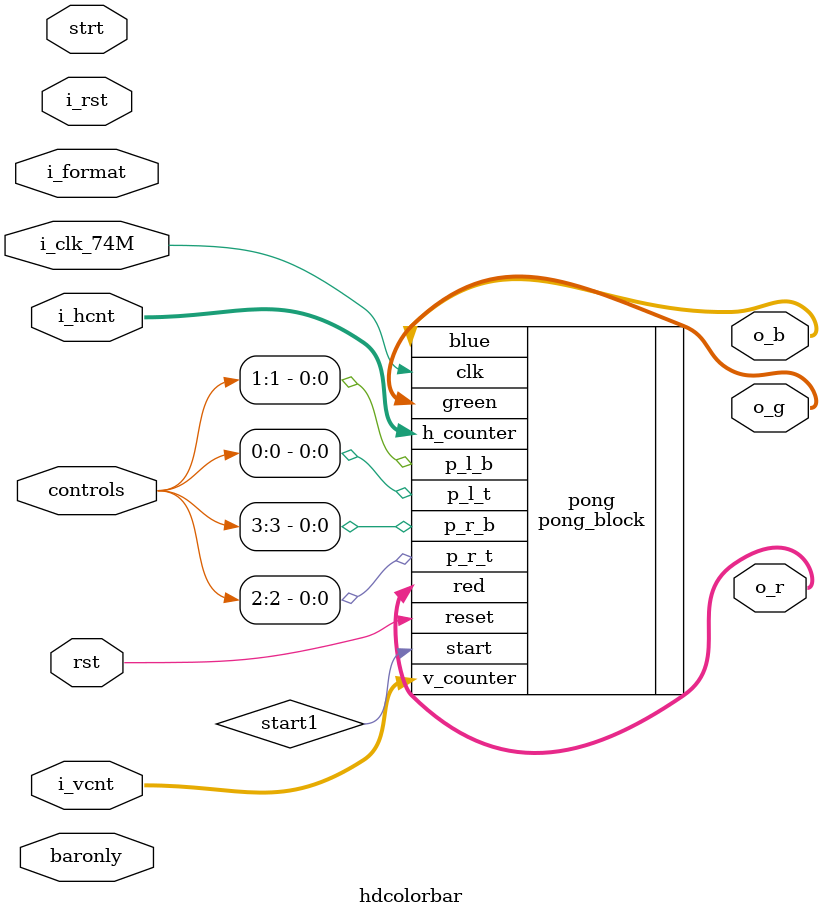
<source format=v>
/*
This video pattern generator will generate color bars for the 18 video standards
currently supported by the SMPTE 292M (HD-SDI) video standard. The color bars 
comply with SMPTE RP-219 standard color bars, as shown below. This module can
also generate the SMPTE RP-198 HD-SDI checkfield test pattern and 75% color
bars.

|<-------------------------------------- a ------------------------------------->|
|                                                                                |
|        |<----------------------------(3/4)a-------------------------->|        |
|        |                                                              |        |
|   d    |    c        c        c        c        c        c        c   |   d    |
+--------+--------+--------+--------+--------+--------+--------+--------+--------+ - - - - -
|        |        |        |        |        |        |        |        |        |   ^     ^
|        |        |        |        |        |        |        |        |        |   |     |
|        |        |        |        |        |        |        |        |        |   |     |
|        |        |        |        |        |        |        |        |        |   |     |
|        |        |        |        |        |        |        |        |        | (7/12)b |
|  40%   |  75%   | YELLOW |  CYAN  |  GREEN | MAGENTA|   RED  |  BLUE  |  40%   |   |     |
|  GRAY  | WHITE  |        |        |        |        |        |        |  GRAY  |   |     |
|   *1   |        |        |        |        |        |        |        |   *1   |   |     b
|        |        |        |        |        |        |        |        |        |   |     |
|        |        |        |        |        |        |        |        |        |   |     |
|        |        |        |        |        |        |        |        |        |   v     |
+--------+--------+--------+--------+--------+--------+--------+--------+--------+ - - -   |
|100%CYAN|  *2    |                   75% WHITE                         |100%BLUE| (1/12)b |
+--------+--------+-----------------------------------------------------+--------+ - - -   |
|100%YELO|  *3    |                    Y-RAMP                           |100% RED| (1/12)b |
+--------+--------+---+-----------------+-------+--+--+--+--+--+--------+--------+ - - -   |
|        |            |                 |       |  |  |  |  |  |        |        |         |
|  15%   |     0%     |       100%      |  0%   |BL|BL|BL|BL|BL|    0%  |  15%   | (3/12)b |
|  GRAY  |    BLACK   |      WHITE      | BLACK |K-|K |K+|K |K+|  BLACK |  GRAY  |         |
|   *4   |            |                 |       |2%|0%|2%|0%|4%|        |   *4   |         v
+--------+------------+-----------------+-------+--+--+--+--+--+--------+--------+ - - - - -
    d        (3/2)c            2c        (5/6)c  c  c  c  c  c      c       d
                                                 -  -  -  -  -
                                                 3  3  3  3  3

*1: The block marked *1 is 40% Gray for a default value. This value may 
optionally be set to any other value in accordance with the operational 
requirements of the user.    
    
*2: In the block marked *2, the user may select 75% White, 100% White, +I, or
-I.

*3: In the block marked *3, the user may select either 0% Black, or +Q. When the
-I value is selected for the block marked *2, then the +Q signal must be
selected for the *3 block.

*4: The block marked *4 is 15% Gray for a default value. This value may
optionally be set to any other value in accordance with the operational
requirements of the user.

 

*/
module hdcolorbar(
  input            i_clk_74M, //74.25 MHZ pixel clock
  input            i_rst,   
  input            baronly, //output only 75% color bar 
  input [1:0]      i_format,
  input [11:0]     i_vcnt, //vertical counter from video timing generator
  input [11:0]     i_hcnt, //horizontal counter from video timing generator
  input [3:0] controls,
  input strt,
  input rst,
  output reg[7:0]  o_r,
  output reg[7:0]  o_g,
  output reg[7:0]  o_b
);

//parameter  Lvl_100   = 8'd255;
//parameter  Lvl_75    = 8'd191;
//parameter  Lvl_50    = 8'd102;
//parameter  Lvl_15    = 8'd38;
//parameter  Lvl_4     = 8'd10;
//parameter  Lvl_2     = 8'd5;
//parameter  Lvl_0     = 8'd0;
//parameter  Lvl_2n    = 8'd5;
//parameter  I_R       = 8'd0; // -I signal
//parameter  Q_R       = 8'd65;// +Q signal
//parameter  I_G       = 8'd63;
//parameter  Q_G       = 8'd0; 
//parameter  I_B       = 8'd105;
//parameter  Q_B       = 8'd120;
//
//reg [1:0] i_format_sync, i_format_q;
//always @ (posedge i_clk_74M) begin
//  i_format_sync <= i_format_q;
//  i_format_q <= i_format;
//end
//
//wire interlace = i_format_sync[1]; //0-progressive 1-interlace
//wire hdtype = i_format_sync[0]; //0-720 1-1080
//
/////////////////////////////////////////////////////////////
//// There are total 4 vertical and 17 horizontal regions
/////////////////////////////////////////////////////////////
//
//reg [16:0] Hregion;
//reg [3:0]  Vregion;
//
//parameter VRGN1 = 4'd0;
//parameter VRGN2 = 4'd1;
//parameter VRGN3 = 4'd2;
//parameter VRGN4 = 4'd3;
//
//parameter HRGN1   = 17'd0;
//parameter HRGN2   = 17'd1;
//parameter HRGN3   = 17'd2;
//parameter HRGN4   = 17'd3;
//parameter HRGN5   = 17'd4;
//parameter HRGN6   = 17'd5;
//parameter HRGN7   = 17'd6;
//parameter HRGN8   = 17'd7;
//parameter HRGN9   = 17'd8;
//parameter HRGN10  = 17'd9;
//parameter HRGN11  = 17'd10;
//parameter HRGN12  = 17'd11;
//parameter HRGN13  = 17'd12;
//parameter HRGN14  = 17'd13;
//parameter HRGN15  = 17'd14;
//parameter HRGN16  = 17'd15;
//parameter HRGN17  = 17'd16;
//
/////////////////////////////////////////////////////////////
//// Define Vertical and Horizontal regions
/////////////////////////////////////////////////////////////
//wire [11:0] vbar1bgn, vbar1bgn2;
//wire [11:0] vbar2bgn, vbar2bgn2;
//wire [11:0] vbar3bgn, vbar3bgn2;
//wire [11:0] vbar4bgn, vbar4bgn2;
//
//wire [11:0] hbar1bgn;
//wire [11:0] hbar2bgn;
//wire [11:0] hbar3bgn;
//wire [11:0] hbar4bgn;
//wire [11:0] hbar5bgn;
//wire [11:0] hbar6bgn;
//wire [11:0] hbar7bgn;
//wire [11:0] hbar8bgn;
//wire [11:0] hbar9bgn;
//wire [11:0] hbar10bgn;
//wire [11:0] hbar11bgn;
//wire [11:0] hbar12bgn;
//wire [11:0] hbar13bgn;
//wire [11:0] hbar14bgn;
//wire [11:0] hbar15bgn;
//wire [11:0] hbar16bgn;
//wire [11:0] hbar17bgn;
//
///****************************************************************************************************
//  1080i Vertical Timing:
//
//|<-- 540 Active Lines --->|<-- 23 vblnks --->|<-- 540 Active Lines --->|<-- 22 vblnks -->|
//|_________......__________|                  |_________......__________|                 |__......
//|                         |                  |                         |                 |
//|                         |______......______|                         |______......_____|
//^                        ^                  ^                         ^                 ^
//0                       539                562                       1102              1124
//
//VSYNC:
//                              _____                                        _____
//                             |     |                                      |     |
//_____________________________|     |______________________________________|     |___________
//
//****************************************************************************************************/
//
/////////////////////////////////////////////////////////////////////
//// Here we try to determine vertical ranges
/////////////////////////////////////////////////////////////////////
//assign vbar1bgn = 12'd0;
//assign vbar2bgn = (hdtype) ? ((interlace) ? 12'd315 : 12'd630) : 12'd420;
//assign vbar3bgn = (hdtype) ? ((interlace) ? 12'd360 : 12'd720) : 12'd480;
//assign vbar4bgn = (hdtype) ? ((interlace) ? 12'd405 : 12'd810) : 12'd540;
//
////This is used only for interlaced second frame
//assign vbar1bgn2 = 12'd563;
//assign vbar2bgn2 = 12'd878;
//assign vbar3bgn2 = 12'd923;
//assign vbar4bgn2 = 12'd968;
//
/////////////////////////////////////////////////////////////////////
//// Here we try to determine horizontal ranges
/////////////////////////////////////////////////////////////////////
//assign hbar1bgn  = 12'd0;
//assign hbar2bgn  = (hdtype) ? 12'd 240  : 12'd160;
//assign hbar3bgn  = (hdtype) ? 12'd 445  : 12'd297;
//assign hbar4bgn  = (hdtype) ? 12'd 651  : 12'd434;
//assign hbar5bgn  = (hdtype) ? 12'd 857  : 12'd571;
//assign hbar6bgn  = (hdtype) ? 12'd 1063 : 12'd709;
//assign hbar7bgn  = (hdtype) ? 12'd 1269 : 12'd846;
//assign hbar8bgn  = (hdtype) ? 12'd 1475 : 12'd983;
//assign hbar9bgn  = (hdtype) ? 12'd 1680 : 12'd1120;
//assign hbar10bgn = (hdtype) ? 12'd 240  : 12'd160;
//assign hbar11bgn = (hdtype) ? 12'd 549  : 12'd366;
//assign hbar12bgn = (hdtype) ? 12'd 960  : 12'd640;
//assign hbar13bgn = (hdtype) ? 12'd 1131 : 12'd754;
//assign hbar14bgn = (hdtype) ? 12'd 1200 : 12'd800;
//assign hbar15bgn = (hdtype) ? 12'd 1268 : 12'd845;
//assign hbar16bgn = (hdtype) ? 12'd 1337 : 12'd891;
//assign hbar17bgn = (hdtype) ? 12'd 1405 : 12'd937;
//
//always @ (posedge i_clk_74M)
//begin
//  if (i_rst) begin
//    Vregion <= 4'h0;
//  end else begin
//    if (baronly)
//      Vregion <= VRGN1;
//    else if(interlace)
//      if (((i_vcnt >= vbar1bgn) && (i_vcnt < vbar2bgn)) ||
//          ((i_vcnt >= vbar1bgn2) && (i_vcnt < vbar2bgn2)))
//        Vregion <= VRGN1;
//      else if (((i_vcnt >= vbar2bgn) && (i_vcnt < vbar3bgn)) ||
//               ((i_vcnt >= vbar2bgn2) && (i_vcnt < vbar3bgn2)))
//        Vregion <= VRGN2;
//      else if (((i_vcnt >= vbar3bgn) && (i_vcnt < vbar4bgn)) ||
//               ((i_vcnt >= vbar3bgn2) && (i_vcnt < vbar4bgn2)))
//        Vregion <= VRGN3;
//      else
//        Vregion <= VRGN4;
//    else
//      if ((i_vcnt >= vbar1bgn) && (i_vcnt < vbar2bgn))
//        Vregion <= VRGN1;
//      else if ((i_vcnt >= vbar2bgn) && (i_vcnt < vbar3bgn))
//        Vregion <= VRGN2;
//      else if ((i_vcnt >= vbar3bgn) && (i_vcnt < vbar4bgn))
//        Vregion <= VRGN3;
//      else
//        Vregion <= VRGN4;
//  end
//end
//
//always @ (posedge i_clk_74M)
//begin
//  if(i_rst) begin
//    Hregion <= 17'h0;
//  end else
//    case (Vregion)
//      VRGN4: begin
//        if((i_hcnt >= hbar1bgn) && (i_hcnt < hbar10bgn))
//          Hregion <= HRGN1; 
//        else if((i_hcnt >= hbar10bgn) && (i_hcnt < hbar11bgn))
//          Hregion <= HRGN10; 
//        else if((i_hcnt >= hbar11bgn) && (i_hcnt < hbar12bgn))
//          Hregion <= HRGN11; 
//        else if((i_hcnt >= hbar12bgn) && (i_hcnt < hbar13bgn))
//          Hregion <= HRGN12; 
//        else if((i_hcnt >= hbar13bgn) && (i_hcnt < hbar14bgn))
//          Hregion <= HRGN13; 
//        else if((i_hcnt >= hbar14bgn) && (i_hcnt < hbar15bgn))
//          Hregion <= HRGN14; 
//        else if((i_hcnt >= hbar15bgn) && (i_hcnt < hbar16bgn))
//          Hregion <= HRGN15; 
//        else if((i_hcnt >= hbar16bgn) && (i_hcnt < hbar17bgn))
//          Hregion <= HRGN16; 
//        else if((i_hcnt >= hbar17bgn) && (i_hcnt < hbar8bgn))
//          Hregion <= HRGN17; 
//        else if((i_hcnt >= hbar8bgn) && (i_hcnt < hbar9bgn))
//          Hregion <= HRGN8; 
//        else
//          Hregion <= HRGN9; 
//      end
//      default: begin
//        if((i_hcnt >= hbar1bgn) && (i_hcnt < hbar2bgn))
//          Hregion <= HRGN1; 
//        else if((i_hcnt >= hbar2bgn) && (i_hcnt < hbar3bgn))
//          Hregion <= HRGN2; 
//        else if((i_hcnt >= hbar3bgn) && (i_hcnt < hbar4bgn))
//          Hregion <= HRGN3; 
//        else if((i_hcnt >= hbar4bgn) && (i_hcnt < hbar5bgn))
//          Hregion <= HRGN4; 
//        else if((i_hcnt >= hbar5bgn) && (i_hcnt < hbar6bgn))
//          Hregion <= HRGN5; 
//        else if((i_hcnt >= hbar6bgn) && (i_hcnt < hbar7bgn))
//          Hregion <= HRGN6; 
//        else if((i_hcnt >= hbar7bgn) && (i_hcnt < hbar8bgn))
//          Hregion <= HRGN7; 
//        else if((i_hcnt >= hbar8bgn) && (i_hcnt < hbar9bgn))
//          Hregion <= HRGN8; 
//        else
//          Hregion <= HRGN9; 
//      end
//    endcase
//end

//always @ (posedge i_clk_74M)
//begin
//  //if(i_rst) begin
//    o_r <= Lvl_0;
//    o_g <= Lvl_100;
//    o_b <= Lvl_0;
//  end else
//    case (Vregion)
//      VRGN1: begin
//        case (Hregion)
//          HRGN1: begin
//            o_r <= Lvl_100;
//            o_g <= Lvl_100;
//            o_b <= Lvl_100;
//          end
//          HRGN2: begin 
//            o_r <= Lvl_100;
//            o_g <= Lvl_100;
//            o_b <= Lvl_100; 
//          end
//          HRGN3: begin 
//            o_r <= Lvl_100;
//            o_g <= Lvl_100;
//            o_b <= Lvl_100;  
//          end
//          HRGN4: begin 
//            o_r <= Lvl_100 ;
//            o_g <= Lvl_100;
//            o_b <= Lvl_100; 
//          end
//          HRGN5: begin 
//            o_r <= Lvl_100 ;
//            o_g <= Lvl_100;
//            o_b <= Lvl_100;
//          end
//          HRGN6: begin 
//            o_r <= Lvl_100;
//            o_g <= Lvl_100;
//            o_b <= Lvl_100;
//          end
//          HRGN7: begin 
//            o_r <= Lvl_100;
//            o_g <= Lvl_100;
//            o_b <= Lvl_100;
//          end
//          HRGN8: begin 
//            o_r <= Lvl_100;
//            o_g <= Lvl_100;
//            o_b <= Lvl_100;
//          end
//          HRGN9: begin 
//            o_r <= Lvl_100;
//            o_g <= Lvl_100;
//            o_b <= Lvl_100;
//          end
//          default: begin
//            o_r <= Lvl_0;
//            o_g <= Lvl_0;
//            o_b <= Lvl_0;
//          end
//        endcase
//      end
//
//      VRGN2: begin
//        case (Hregion)
//          HRGN1: begin //100% Cyan
//            o_r <= Lvl_75;
//            o_g <= Lvl_75;
//            o_b <= Lvl_75;
//          end
//          HRGN2: begin //I
//            o_r <= I_R;
//            o_g <= I_G;
//            o_b <= I_B;
//          end
//          HRGN3, HRGN4, HRGN5, HRGN6, HRGN7, HRGN8: begin //75% White
//            o_r <= Lvl_75;
//            o_g <= Lvl_75;
//            o_b <= Lvl_75;
//          end
//          HRGN9: begin //100% Blue 
//            o_r <= Lvl_75;
//            o_g <= Lvl_75;
//            o_b <= Lvl_75;
//          end
//          default: begin
//            o_r <= Lvl_0;
//            o_g <= Lvl_0;
//            o_b <= Lvl_0;
//          end
//        endcase
//      end
//
//      VRGN3: begin
//        case (Hregion)
//          HRGN1: begin //100% Yellow
//            o_r <= Lvl_50;
//            o_g <= Lvl_50;
//            o_b <= Lvl_50;
//          end
//          HRGN2: begin //Q
//            o_r <= Q_R;
//            o_g <= Q_G;
//            o_b <= Q_B;
//          end
//          HRGN3, HRGN4, HRGN5: begin
//            o_r <= Lvl_50;
//            o_g <= Lvl_50;
//            o_b <= Lvl_50;
//          end
//          HRGN6, HRGN7, HRGN8: begin //white ramp 
//            o_r <= (o_r == Lvl_100) ? Lvl_100 : o_r + 8'h1;
//            o_g <= (o_g == Lvl_100) ? Lvl_100 : o_g + 8'h1;
//            o_b <= (o_b == Lvl_100) ? Lvl_100 : o_b + 8'h1;
//          end
//          HRGN9: begin //100% RED 
//            o_r <= Lvl_50;
//            o_g <= Lvl_50;
//            o_b <= Lvl_50;
//          end
//          default: begin
//            o_r <= Lvl_0;
//            o_g <= Lvl_0;
//            o_b <= Lvl_0;
//          end
//        endcase
//		 end
//
//      VRGN4: begin
//        case (Hregion)
//          HRGN1: begin 
//            o_r <= Lvl_15;
//            o_g <= Lvl_15;
//            o_b <= Lvl_15;
//          end
//          HRGN10: begin 
//            o_r <= Lvl_15;
//            o_g <= Lvl_15;
//            o_b <= Lvl_15;
//          end
//          HRGN11: begin 
//            o_r <= Lvl_15;
//            o_g <= Lvl_15;
//            o_b <= Lvl_15;
//          end
//          HRGN12: begin 
//            o_r <= Lvl_15;
//            o_g <= Lvl_15;
//            o_b <= Lvl_15;
//          end
//          HRGN13: begin 
//            o_r <= Lvl_2n;
//            o_g <= Lvl_2n;
//            o_b <= Lvl_2n;
//          end
//          HRGN14: begin 
//            o_r <= Lvl_15;
//            o_g <= Lvl_15;
//            o_b <= Lvl_15;
//          end
//          HRGN15: begin 
//            o_r <= Lvl_15;
//            o_g <= Lvl_15;
//            o_b <= Lvl_15;
//          end
//          HRGN16: begin 
//            o_r <= Lvl_15;
//            o_g <= Lvl_15;
//            o_b <= Lvl_15;
//          end
//          HRGN17: begin 
//            o_r <= Lvl_15;
//            o_g <= Lvl_15;
//            o_b <= Lvl_15;
//          end
//          HRGN8: begin 
//            o_r <= Lvl_15;
//            o_g <= Lvl_15;
//            o_b <= Lvl_15;
//          end
//          HRGN9: begin 
//            o_r <= Lvl_15;
//            o_g <= Lvl_15;
//            o_b <= Lvl_15;
//          end
//          default: begin
//            o_r <= Lvl_0;
//            o_g <= Lvl_0;
//            o_b <= Lvl_0;
//          end
//        endcase
//      end
//
//      default: begin
//        o_r <= Lvl_15;
//        o_g <= Lvl_15;
//        o_b <= Lvl_15;
//      end
//    endcase
//	 
//end
//wire [7:0] red;
//wire [7:0] blue;
//wire [7:0] green;
pong_block pong(
	.clk (i_clk_74M),
	.reset (rst),
	.p_l_t (controls[0]),
	.p_l_b (controls[1]),
	.p_r_t (controls[2]),
	.p_r_b (controls[3]),
	.start (start1),
	.h_counter (i_hcnt),
	.v_counter (i_vcnt),
	.red (o_r),
	.green (o_g),
	.blue (o_b)
);	

endmodule

</source>
